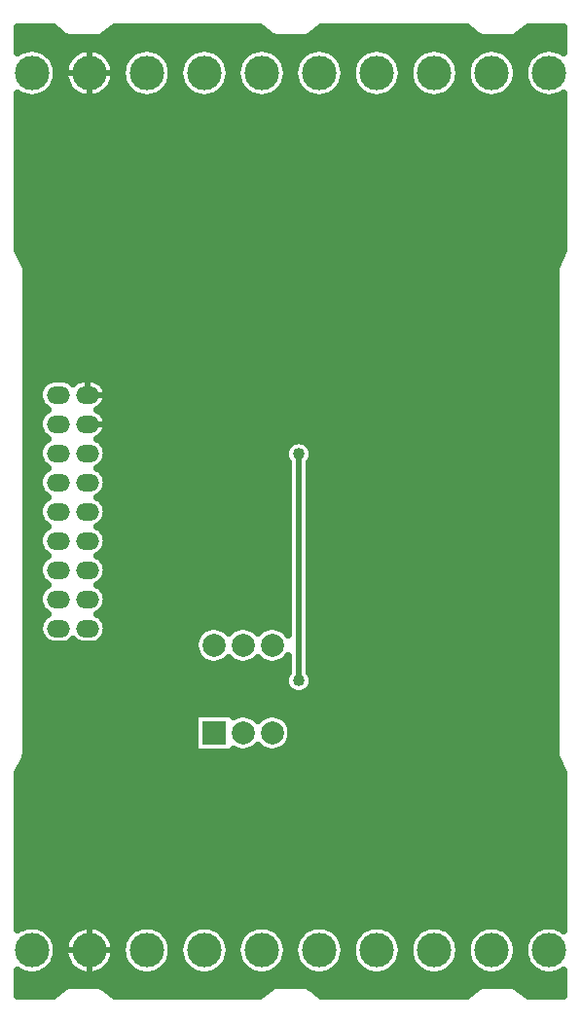
<source format=gbl>
%TF.GenerationSoftware,Novarm,DipTrace,3.3.1.2*%
%TF.CreationDate,2019-03-12T20:56:32+01:00*%
%FSLAX35Y35*%
%MOMM*%
%TF.FileFunction,Copper,L2,Bot*%
%TF.Part,Single*%
%TA.AperFunction,Conductor*%
%ADD13C,0.5*%
%TA.AperFunction,CopperBalancing*%
%ADD17C,0.635*%
%TA.AperFunction,ComponentPad*%
%ADD27R,2.0X2.0*%
%ADD28C,2.0*%
%ADD29O,2.0X1.5*%
%ADD31C,3.0*%
%TA.AperFunction,ViaPad*%
%ADD35C,1.016*%
%TA.AperFunction,CopperBalancing*%
%ADD69C,0.5*%
G75*
G01*
%LPD*%
X3859340Y6478619D2*
D13*
Y6424685D1*
X3877114Y6442460D1*
X5437425Y6285163D2*
X5472827D1*
X5815327Y5601239D2*
X5808559Y5608007D1*
X6441013Y5417667D2*
X6390430D1*
X5632901Y5844653D2*
X5666802D1*
X6771334Y3669716D2*
Y3727517D1*
X7986962Y5441196D2*
Y5387614D1*
X4508117Y2968700D2*
X4492908Y2983909D1*
X5345603Y1767541D2*
X5384759D1*
X5997017Y3114347D2*
Y5086867D1*
D35*
X3859340Y6478619D3*
X5437425Y6285163D3*
X5815327Y5601239D3*
X6441013Y5417667D3*
X5632901Y5844653D3*
X6771334Y3669716D3*
X7986962Y5441196D3*
X4508117Y2968700D3*
X5345603Y1767541D3*
X5997017Y3114347D3*
Y5086867D3*
X3556222Y8745656D2*
D17*
X3917402D1*
X4336612D2*
X5717532D1*
X6136378D2*
X7517298D1*
X7936508D2*
X8297689D1*
X3556222Y8682489D2*
X8297689D1*
X3556222Y8619323D2*
X8297689D1*
X3832485Y8556156D2*
X4017571D1*
X4332420D2*
X4517597D1*
X4832446D2*
X5017532D1*
X5332472D2*
X5517558D1*
X5832407D2*
X6017584D1*
X6332433D2*
X6517519D1*
X6832459D2*
X7017545D1*
X7332485D2*
X7517571D1*
X7832420D2*
X8017597D1*
X3877693Y8492989D2*
X3972272D1*
X4377719D2*
X4472298D1*
X4877745D2*
X4972233D1*
X5377771D2*
X5472259D1*
X5877706D2*
X5972285D1*
X6377732D2*
X6472220D1*
X6877758D2*
X6972246D1*
X7377693D2*
X7472272D1*
X7877719D2*
X7972298D1*
X3896560Y8429823D2*
X3953405D1*
X4396586D2*
X4453431D1*
X4896612D2*
X4953457D1*
X5396547D2*
X5453392D1*
X5896573D2*
X5953418D1*
X6396599D2*
X6453444D1*
X6896625D2*
X6953379D1*
X7396560D2*
X7453405D1*
X7896586D2*
X7953431D1*
X3896105Y8366656D2*
X3953952D1*
X4396040D2*
X4453978D1*
X4896066D2*
X4953912D1*
X5396092D2*
X5453939D1*
X5896027D2*
X5953965D1*
X6396053D2*
X6453899D1*
X6896079D2*
X6953925D1*
X7396105D2*
X7453952D1*
X7896040D2*
X7953978D1*
X3876053Y8303489D2*
X3974004D1*
X4375987D2*
X4473939D1*
X4876014D2*
X4973965D1*
X5376040D2*
X5473991D1*
X5876066D2*
X5973925D1*
X6376000D2*
X6473952D1*
X6876027D2*
X6973978D1*
X7376053D2*
X7474004D1*
X7875987D2*
X7973939D1*
X3828748Y8240323D2*
X4021308D1*
X4328683D2*
X4521243D1*
X4828709D2*
X5021269D1*
X5328735D2*
X5521295D1*
X5828761D2*
X6021321D1*
X6328696D2*
X6521256D1*
X6828722D2*
X7021282D1*
X7328748D2*
X7521308D1*
X7828683D2*
X8021243D1*
X3556222Y8177156D2*
X8297689D1*
X3556222Y8113989D2*
X8297689D1*
X3556222Y8050823D2*
X8297689D1*
X3556222Y7987656D2*
X8297689D1*
X3556222Y7924489D2*
X8297689D1*
X3556222Y7861323D2*
X8297689D1*
X3556222Y7798156D2*
X8297689D1*
X3556222Y7734989D2*
X8297689D1*
X3556222Y7671823D2*
X8297689D1*
X3556222Y7608656D2*
X8297689D1*
X3556222Y7545489D2*
X8297689D1*
X3556222Y7482323D2*
X8297689D1*
X3556222Y7419156D2*
X8297689D1*
X3556222Y7355989D2*
X8297689D1*
X3556222Y7292823D2*
X8297689D1*
X3556222Y7229656D2*
X8297689D1*
X3556222Y7166489D2*
X8297689D1*
X3556222Y7103323D2*
X8297689D1*
X3556222Y7040156D2*
X8297689D1*
X3556222Y6976989D2*
X8297689D1*
X3556222Y6913823D2*
X8297689D1*
X3560961Y6850656D2*
X8292949D1*
X3592680Y6787489D2*
X8261230D1*
X3623943Y6724323D2*
X8230058D1*
X3631326Y6661156D2*
X8222584D1*
X3631326Y6597989D2*
X8222584D1*
X3631326Y6534823D2*
X8222584D1*
X3631326Y6471656D2*
X8222584D1*
X3631326Y6408489D2*
X8222584D1*
X3631326Y6345323D2*
X8222584D1*
X3631326Y6282156D2*
X8222584D1*
X3631326Y6218989D2*
X8222584D1*
X3631326Y6155823D2*
X8222584D1*
X3631326Y6092656D2*
X8222584D1*
X3631326Y6029489D2*
X8222584D1*
X3631326Y5966323D2*
X8222584D1*
X3631326Y5903156D2*
X8222584D1*
X3631326Y5839989D2*
X8222584D1*
X3631326Y5776823D2*
X8222584D1*
X3631326Y5713656D2*
X3787155D1*
X4276730D2*
X8222584D1*
X3631326Y5650489D2*
X3740306D1*
X4323579D2*
X8222584D1*
X3631326Y5587323D2*
X3731920D1*
X4331964D2*
X8222584D1*
X3631326Y5524156D2*
X3753613D1*
X4310271D2*
X8222584D1*
X3631326Y5460989D2*
X3788978D1*
X4274998D2*
X8222584D1*
X3631326Y5397823D2*
X3740853D1*
X4323123D2*
X8222584D1*
X3631326Y5334656D2*
X3731829D1*
X4332146D2*
X8222584D1*
X3631326Y5271489D2*
X3752793D1*
X4311183D2*
X8222584D1*
X3631326Y5208323D2*
X3790800D1*
X4273175D2*
X8222584D1*
X3631326Y5145156D2*
X3741399D1*
X4322576D2*
X5887975D1*
X6106027D2*
X8222584D1*
X3631326Y5081989D2*
X3731738D1*
X4332237D2*
X5872662D1*
X6121339D2*
X8222584D1*
X3631326Y5018823D2*
X3751972D1*
X4312003D2*
X5894173D1*
X6099920D2*
X8222584D1*
X3631326Y4955656D2*
X3792715D1*
X4271261D2*
X5898366D1*
X6095636D2*
X8222584D1*
X3631326Y4892489D2*
X3741946D1*
X4322029D2*
X5898366D1*
X6095636D2*
X8222584D1*
X3631326Y4829323D2*
X3731647D1*
X4332329D2*
X5898366D1*
X6095636D2*
X8222584D1*
X3631326Y4766156D2*
X3751152D1*
X4312732D2*
X5898366D1*
X6095636D2*
X8222584D1*
X3631326Y4702989D2*
X3794629D1*
X4269256D2*
X5898366D1*
X6095636D2*
X8222584D1*
X3631326Y4639823D2*
X3742493D1*
X4321482D2*
X5898366D1*
X6095636D2*
X8222584D1*
X3631326Y4576656D2*
X3731556D1*
X4332420D2*
X5898366D1*
X6095636D2*
X8222584D1*
X3631326Y4513489D2*
X3750423D1*
X4313553D2*
X5898366D1*
X6095636D2*
X8222584D1*
X3631326Y4450323D2*
X3796634D1*
X4267250D2*
X5898366D1*
X6095636D2*
X8222584D1*
X3631326Y4387156D2*
X3743040D1*
X4320935D2*
X5898366D1*
X6095636D2*
X8222584D1*
X3631326Y4323989D2*
X3731465D1*
X4332420D2*
X5898366D1*
X6095636D2*
X8222584D1*
X3631326Y4260823D2*
X3749603D1*
X4314282D2*
X5898366D1*
X6095636D2*
X8222584D1*
X3631326Y4197656D2*
X3798821D1*
X4265154D2*
X5898366D1*
X6095636D2*
X8222584D1*
X3631326Y4134489D2*
X3743587D1*
X4320297D2*
X5898366D1*
X6095636D2*
X8222584D1*
X3631326Y4071323D2*
X3731465D1*
X4332511D2*
X5898366D1*
X6095636D2*
X8222584D1*
X3631326Y4008156D2*
X3748873D1*
X4315011D2*
X5898366D1*
X6095636D2*
X8222584D1*
X3631326Y3944989D2*
X3801009D1*
X4262967D2*
X5898366D1*
X6095636D2*
X8222584D1*
X3631326Y3881823D2*
X3744225D1*
X4319750D2*
X5898366D1*
X6095636D2*
X8222584D1*
X3631326Y3818656D2*
X3731373D1*
X4332511D2*
X5898366D1*
X6095636D2*
X8222584D1*
X3631326Y3755489D2*
X3748144D1*
X4315740D2*
X5898366D1*
X6095636D2*
X8222584D1*
X3631326Y3692323D2*
X3803287D1*
X4260688D2*
X5898366D1*
X6095636D2*
X8222584D1*
X3631326Y3629156D2*
X3744863D1*
X4319112D2*
X5898366D1*
X6095636D2*
X8222584D1*
X3631326Y3565989D2*
X3731373D1*
X4332602D2*
X5164915D1*
X5352250D2*
X5418847D1*
X5606183D2*
X5672871D1*
X5860206D2*
X5898366D1*
X6095636D2*
X8222584D1*
X3631326Y3502823D2*
X3747415D1*
X4316469D2*
X5105032D1*
X6095636D2*
X8222584D1*
X3631326Y3439656D2*
X3813496D1*
X3996456D2*
X4067519D1*
X4250389D2*
X5085709D1*
X6095636D2*
X8222584D1*
X3631326Y3376489D2*
X5091634D1*
X6095636D2*
X8222584D1*
X3631326Y3313323D2*
X5126178D1*
X6095636D2*
X8222584D1*
X3631326Y3250156D2*
X5898366D1*
X6095636D2*
X8222584D1*
X3631326Y3186989D2*
X5897545D1*
X6096456D2*
X8222584D1*
X3631326Y3123823D2*
X5872936D1*
X6121066D2*
X8222584D1*
X3631326Y3060656D2*
X5885514D1*
X6108579D2*
X8222584D1*
X3631326Y2997489D2*
X5973652D1*
X6020313D2*
X8222584D1*
X3631326Y2934323D2*
X8222584D1*
X3631326Y2871156D2*
X8222584D1*
X3631326Y2807989D2*
X5084889D1*
X5599256D2*
X5679707D1*
X5853279D2*
X8222584D1*
X3631326Y2744823D2*
X5084889D1*
X5917810D2*
X8222584D1*
X3631326Y2681656D2*
X5084889D1*
X5938956D2*
X8222584D1*
X3631326Y2618489D2*
X5084889D1*
X5934581D2*
X8222584D1*
X3631326Y2555323D2*
X5084889D1*
X5902316D2*
X8222584D1*
X3631326Y2492156D2*
X8222584D1*
X3616378Y2428989D2*
X8237532D1*
X3584659Y2365823D2*
X8269251D1*
X3556222Y2302656D2*
X8297689D1*
X3556222Y2239489D2*
X8297689D1*
X3556222Y2176323D2*
X8297689D1*
X3556222Y2113156D2*
X8297689D1*
X3556222Y2049989D2*
X8297689D1*
X3556222Y1986823D2*
X8297689D1*
X3556222Y1923656D2*
X8297689D1*
X3556222Y1860489D2*
X8297689D1*
X3556222Y1797323D2*
X8297689D1*
X3556222Y1734156D2*
X8297689D1*
X3556222Y1670989D2*
X8297689D1*
X3556222Y1607823D2*
X8297689D1*
X3556222Y1544656D2*
X8297689D1*
X3556222Y1481489D2*
X8297689D1*
X3556222Y1418323D2*
X8297689D1*
X3556222Y1355156D2*
X8297689D1*
X3556222Y1291989D2*
X8297689D1*
X3556222Y1228823D2*
X8297689D1*
X3556222Y1165656D2*
X8297689D1*
X3556222Y1102489D2*
X8297689D1*
X3556222Y1039323D2*
X8297689D1*
X3556222Y976156D2*
X3599941D1*
X3749998D2*
X4099967D1*
X4250024D2*
X4599993D1*
X4750050D2*
X5100019D1*
X5249985D2*
X5599954D1*
X5750011D2*
X6099980D1*
X6250037D2*
X6600006D1*
X6749972D2*
X7099941D1*
X7249998D2*
X7599967D1*
X7750024D2*
X8099993D1*
X8250050D2*
X8297689D1*
X3844972Y912989D2*
X4004993D1*
X4344998D2*
X4505019D1*
X4844933D2*
X5005045D1*
X5344959D2*
X5505071D1*
X5844985D2*
X6005006D1*
X6344920D2*
X6505032D1*
X6844946D2*
X7005058D1*
X7344972D2*
X7504993D1*
X7844998D2*
X8005019D1*
X3883435Y849823D2*
X3966530D1*
X4383461D2*
X4466556D1*
X4883487D2*
X4966582D1*
X5383422D2*
X5466517D1*
X5883448D2*
X5966543D1*
X6383474D2*
X6466569D1*
X6883409D2*
X6966595D1*
X7383435D2*
X7466530D1*
X7883461D2*
X7966556D1*
X3898019Y786656D2*
X3952037D1*
X4398045D2*
X4451972D1*
X4897980D2*
X4951998D1*
X5398006D2*
X5452024D1*
X5898032D2*
X5951959D1*
X6397967D2*
X6451985D1*
X6897993D2*
X6952011D1*
X7398019D2*
X7452037D1*
X7898045D2*
X7951972D1*
X3893644Y723489D2*
X3956412D1*
X4393579D2*
X4456439D1*
X4893605D2*
X4956373D1*
X5393631D2*
X5456399D1*
X5893566D2*
X5956425D1*
X6393592D2*
X6456360D1*
X6893618D2*
X6956386D1*
X7393644D2*
X7456412D1*
X7893579D2*
X7956439D1*
X3868943Y660323D2*
X3981113D1*
X4368969D2*
X4481048D1*
X4868904D2*
X4981074D1*
X5368930D2*
X5481100D1*
X5868956D2*
X5981035D1*
X6368891D2*
X6481061D1*
X6868917D2*
X6981087D1*
X7368943D2*
X7481113D1*
X7868969D2*
X7981048D1*
X3813071Y597156D2*
X4036985D1*
X4313006D2*
X4537011D1*
X4813032D2*
X5036946D1*
X5313058D2*
X5536972D1*
X5812993D2*
X6036998D1*
X6313019D2*
X6536933D1*
X6813045D2*
X7036959D1*
X7313071D2*
X7536985D1*
X7813006D2*
X8037011D1*
X3556222Y533989D2*
X8297689D1*
X3556222Y470823D2*
X8297689D1*
X3556222Y407656D2*
X3897259D1*
X4356665D2*
X5697389D1*
X6156521D2*
X7497246D1*
X7956652D2*
X8297689D1*
X5114560Y2828587D2*
X5425807D1*
Y2804433D1*
X5448498Y2815852D1*
X5473464Y2823964D1*
X5499391Y2828071D1*
X5525642D1*
X5551570Y2823964D1*
X5576536Y2815852D1*
X5599925Y2803935D1*
X5621163Y2788505D1*
X5639481Y2770207D1*
X5657871Y2788505D1*
X5679108Y2803935D1*
X5702498Y2815852D1*
X5727464Y2823964D1*
X5753391Y2828071D1*
X5779642D1*
X5805570Y2823964D1*
X5830536Y2815852D1*
X5853925Y2803935D1*
X5875163Y2788505D1*
X5893725Y2769943D1*
X5909155Y2748705D1*
X5921072Y2725316D1*
X5929184Y2700350D1*
X5933291Y2674422D1*
Y2648171D1*
X5929184Y2622244D1*
X5921072Y2597278D1*
X5909155Y2573888D1*
X5893725Y2552651D1*
X5875163Y2534088D1*
X5853925Y2518658D1*
X5830536Y2506741D1*
X5805570Y2498629D1*
X5779642Y2494522D1*
X5753391D1*
X5727464Y2498629D1*
X5702498Y2506741D1*
X5679108Y2518658D1*
X5657871Y2534088D1*
X5639552Y2552387D1*
X5621163Y2534088D1*
X5599925Y2518658D1*
X5576536Y2506741D1*
X5551570Y2498629D1*
X5525642Y2494522D1*
X5499391D1*
X5473464Y2498629D1*
X5448498Y2506741D1*
X5425779Y2518282D1*
X5425807Y2494007D1*
X5091227D1*
Y2828587D1*
X5114560D1*
X5904736Y3329275D2*
X5893725Y3314651D1*
X5875163Y3296088D1*
X5853925Y3280658D1*
X5830536Y3268741D1*
X5805570Y3260629D1*
X5779642Y3256522D1*
X5753391D1*
X5727464Y3260629D1*
X5702498Y3268741D1*
X5679108Y3280658D1*
X5657871Y3296088D1*
X5639552Y3314387D1*
X5621163Y3296088D1*
X5599925Y3280658D1*
X5576536Y3268741D1*
X5551570Y3260629D1*
X5525642Y3256522D1*
X5499391D1*
X5473464Y3260629D1*
X5448498Y3268741D1*
X5425108Y3280658D1*
X5403871Y3296088D1*
X5385552Y3314387D1*
X5367213Y3296088D1*
X5345975Y3280658D1*
X5322586Y3268741D1*
X5297620Y3260629D1*
X5271692Y3256522D1*
X5245441D1*
X5219514Y3260629D1*
X5194548Y3268741D1*
X5171158Y3280658D1*
X5149921Y3296088D1*
X5131358Y3314651D1*
X5115928Y3335888D1*
X5104011Y3359278D1*
X5095899Y3384244D1*
X5091792Y3410171D1*
Y3436422D1*
X5095899Y3462350D1*
X5104011Y3487316D1*
X5115928Y3510705D1*
X5131358Y3531943D1*
X5149921Y3550505D1*
X5171158Y3565935D1*
X5194548Y3577852D1*
X5219514Y3585964D1*
X5245441Y3590071D1*
X5271692D1*
X5297620Y3585964D1*
X5322586Y3577852D1*
X5345975Y3565935D1*
X5367213Y3550505D1*
X5385531Y3532207D1*
X5403871Y3550505D1*
X5425108Y3565935D1*
X5448498Y3577852D1*
X5473464Y3585964D1*
X5499391Y3590071D1*
X5525642D1*
X5551570Y3585964D1*
X5576536Y3577852D1*
X5599925Y3565935D1*
X5621163Y3550505D1*
X5639481Y3532207D1*
X5657871Y3550505D1*
X5679108Y3565935D1*
X5702498Y3577852D1*
X5727464Y3585964D1*
X5753391Y3590071D1*
X5779642D1*
X5805570Y3585964D1*
X5830536Y3577852D1*
X5853925Y3565935D1*
X5875163Y3550505D1*
X5893725Y3531943D1*
X5904736Y3517318D1*
X5904726Y5013188D1*
X5896328Y5025165D1*
X5887916Y5041676D1*
X5882190Y5059299D1*
X5879291Y5077601D1*
Y5096132D1*
X5882190Y5114434D1*
X5887916Y5132058D1*
X5896328Y5148569D1*
X5907220Y5163560D1*
X5920323Y5176663D1*
X5935315Y5187555D1*
X5951826Y5195968D1*
X5969449Y5201694D1*
X5987751Y5204593D1*
X6006282D1*
X6024584Y5201694D1*
X6042208Y5195968D1*
X6058719Y5187555D1*
X6073710Y5176663D1*
X6086813Y5163560D1*
X6097705Y5148569D1*
X6106118Y5132058D1*
X6111844Y5114434D1*
X6114743Y5096132D1*
Y5077601D1*
X6111844Y5059299D1*
X6106118Y5041676D1*
X6097705Y5025165D1*
X6089302Y5013331D1*
X6089307Y3188026D1*
X6097705Y3176049D1*
X6106118Y3159538D1*
X6111844Y3141914D1*
X6114743Y3123612D1*
Y3105081D1*
X6111844Y3086779D1*
X6106118Y3069156D1*
X6097705Y3052645D1*
X6086813Y3037653D1*
X6073710Y3024550D1*
X6058719Y3013658D1*
X6042208Y3005246D1*
X6024584Y2999520D1*
X6006282Y2996621D1*
X5987751D1*
X5969449Y2999520D1*
X5951826Y3005246D1*
X5935315Y3013658D1*
X5920323Y3024550D1*
X5907220Y3037653D1*
X5896328Y3052645D1*
X5887916Y3069156D1*
X5882190Y3086779D1*
X5879291Y3105081D1*
Y3123612D1*
X5882190Y3141914D1*
X5887916Y3159538D1*
X5896328Y3176049D1*
X5904731Y3187883D1*
X5904726Y3328995D1*
X3815804Y5473644D2*
X3796331Y5485512D1*
X3779352Y5500012D1*
X3764852Y5516991D1*
X3753185Y5536028D1*
X3744641Y5556657D1*
X3739428Y5578368D1*
X3737677Y5600627D1*
X3739428Y5622886D1*
X3744641Y5644597D1*
X3753185Y5665225D1*
X3764852Y5684263D1*
X3779352Y5701241D1*
X3796331Y5715742D1*
X3815368Y5727408D1*
X3835997Y5735952D1*
X3857708Y5741165D1*
X3880010Y5742915D1*
X3941131Y5742478D1*
X3963184Y5738985D1*
X3984419Y5732085D1*
X4004313Y5721949D1*
X4022377Y5708825D1*
X4031914Y5699799D1*
X4044676Y5711413D1*
X4059935Y5722141D1*
X4076467Y5730781D1*
X4093987Y5737184D1*
X4112193Y5741241D1*
X4130774Y5742881D1*
X4194764Y5742506D1*
X4213231Y5739875D1*
X4231194Y5734850D1*
X4248347Y5727519D1*
X4264392Y5718007D1*
X4279056Y5706478D1*
X4292085Y5693130D1*
X4303257Y5678192D1*
X4312378Y5661920D1*
X4319293Y5644596D1*
X4323882Y5626516D1*
X4326066Y5607991D1*
X4325951Y5591300D1*
X4323511Y5572807D1*
X4318672Y5554792D1*
X4311519Y5537565D1*
X4302174Y5521421D1*
X4290797Y5506639D1*
X4277585Y5493472D1*
X4262763Y5482147D1*
X4248130Y5473645D1*
X4264392Y5464007D1*
X4279056Y5452478D1*
X4292085Y5439130D1*
X4303257Y5424192D1*
X4312378Y5407920D1*
X4319293Y5390596D1*
X4323882Y5372516D1*
X4326066Y5353991D1*
X4325951Y5337300D1*
X4323511Y5318807D1*
X4318672Y5300792D1*
X4311519Y5283565D1*
X4302174Y5267421D1*
X4290797Y5252639D1*
X4277585Y5239472D1*
X4262763Y5228147D1*
X4248130Y5219645D1*
X4267603Y5207742D1*
X4284581Y5193241D1*
X4299082Y5176263D1*
X4310748Y5157225D1*
X4319292Y5136597D1*
X4324505Y5114886D1*
X4326257Y5092627D1*
X4324505Y5070368D1*
X4319292Y5048657D1*
X4310748Y5028028D1*
X4299082Y5008991D1*
X4284581Y4992012D1*
X4267603Y4977512D1*
X4248129Y4965644D1*
X4267603Y4953742D1*
X4284581Y4939241D1*
X4299082Y4922263D1*
X4310748Y4903225D1*
X4319292Y4882597D1*
X4324505Y4860886D1*
X4326257Y4838627D1*
X4324505Y4816368D1*
X4319292Y4794657D1*
X4310748Y4774028D1*
X4299082Y4754991D1*
X4284581Y4738012D1*
X4267603Y4723512D1*
X4248129Y4711644D1*
X4267603Y4699742D1*
X4284581Y4685241D1*
X4299082Y4668263D1*
X4310748Y4649225D1*
X4319292Y4628597D1*
X4324505Y4606886D1*
X4326257Y4584627D1*
X4324505Y4562368D1*
X4319292Y4540657D1*
X4310748Y4520028D1*
X4299082Y4500991D1*
X4284581Y4484012D1*
X4267603Y4469512D1*
X4248129Y4457644D1*
X4267603Y4445742D1*
X4284581Y4431241D1*
X4299082Y4414263D1*
X4310748Y4395225D1*
X4319292Y4374597D1*
X4324505Y4352886D1*
X4326257Y4330627D1*
X4324505Y4308368D1*
X4319292Y4286657D1*
X4310748Y4266028D1*
X4299082Y4246991D1*
X4284581Y4230012D1*
X4267603Y4215512D1*
X4248129Y4203644D1*
X4267603Y4191742D1*
X4284581Y4177241D1*
X4299082Y4160263D1*
X4310748Y4141225D1*
X4319292Y4120597D1*
X4324505Y4098886D1*
X4326257Y4076627D1*
X4324505Y4054368D1*
X4319292Y4032657D1*
X4310748Y4012028D1*
X4299082Y3992991D1*
X4284581Y3976012D1*
X4267603Y3961512D1*
X4248129Y3949644D1*
X4267603Y3937742D1*
X4284581Y3923241D1*
X4299082Y3906263D1*
X4310748Y3887225D1*
X4319292Y3866597D1*
X4324505Y3844886D1*
X4326257Y3822627D1*
X4324505Y3800368D1*
X4319292Y3778657D1*
X4310748Y3758028D1*
X4299082Y3738991D1*
X4284581Y3722012D1*
X4267603Y3707512D1*
X4248129Y3695644D1*
X4267603Y3683742D1*
X4284581Y3669241D1*
X4299082Y3652263D1*
X4310748Y3633225D1*
X4319292Y3612597D1*
X4324505Y3590886D1*
X4326257Y3568627D1*
X4324505Y3546368D1*
X4319292Y3524657D1*
X4310748Y3504028D1*
X4299082Y3484991D1*
X4284581Y3468012D1*
X4267603Y3453512D1*
X4248565Y3441845D1*
X4227937Y3433301D1*
X4206226Y3428088D1*
X4183967Y3426336D1*
X4122803Y3426775D1*
X4100750Y3430268D1*
X4079515Y3437168D1*
X4059620Y3447304D1*
X4041557Y3460429D1*
X4032019Y3469455D1*
X4013603Y3453512D1*
X3994565Y3441845D1*
X3973937Y3433301D1*
X3952226Y3428088D1*
X3929967Y3426336D1*
X3868803Y3426775D1*
X3846750Y3430268D1*
X3825515Y3437168D1*
X3805620Y3447304D1*
X3787557Y3460429D1*
X3771769Y3476217D1*
X3758644Y3494280D1*
X3748508Y3514175D1*
X3741608Y3535410D1*
X3738115Y3557463D1*
Y3579791D1*
X3741608Y3601844D1*
X3748508Y3623079D1*
X3758644Y3642973D1*
X3771769Y3661037D1*
X3787557Y3676825D1*
X3805620Y3689949D1*
X3815368Y3695845D1*
X3796331Y3707512D1*
X3779352Y3722012D1*
X3764852Y3738991D1*
X3753185Y3758028D1*
X3744641Y3778657D1*
X3739428Y3800368D1*
X3737677Y3822627D1*
X3739428Y3844886D1*
X3744641Y3866597D1*
X3753185Y3887225D1*
X3764852Y3906263D1*
X3779352Y3923241D1*
X3796331Y3937742D1*
X3815804Y3949609D1*
X3796331Y3961512D1*
X3779352Y3976012D1*
X3764852Y3992991D1*
X3753185Y4012028D1*
X3744641Y4032657D1*
X3739428Y4054368D1*
X3737677Y4076627D1*
X3739428Y4098886D1*
X3744641Y4120597D1*
X3753185Y4141225D1*
X3764852Y4160263D1*
X3779352Y4177241D1*
X3796331Y4191742D1*
X3815804Y4203609D1*
X3796331Y4215512D1*
X3779352Y4230012D1*
X3764852Y4246991D1*
X3753185Y4266028D1*
X3744641Y4286657D1*
X3739428Y4308368D1*
X3737677Y4330627D1*
X3739428Y4352886D1*
X3744641Y4374597D1*
X3753185Y4395225D1*
X3764852Y4414263D1*
X3779352Y4431241D1*
X3796331Y4445742D1*
X3815804Y4457609D1*
X3796331Y4469512D1*
X3779352Y4484012D1*
X3764852Y4500991D1*
X3753185Y4520028D1*
X3744641Y4540657D1*
X3739428Y4562368D1*
X3737677Y4584627D1*
X3739428Y4606886D1*
X3744641Y4628597D1*
X3753185Y4649225D1*
X3764852Y4668263D1*
X3779352Y4685241D1*
X3796331Y4699742D1*
X3815804Y4711609D1*
X3796331Y4723512D1*
X3779352Y4738012D1*
X3764852Y4754991D1*
X3753185Y4774028D1*
X3744641Y4794657D1*
X3739428Y4816368D1*
X3737677Y4838627D1*
X3739428Y4860886D1*
X3744641Y4882597D1*
X3753185Y4903225D1*
X3764852Y4922263D1*
X3779352Y4939241D1*
X3796331Y4953742D1*
X3815804Y4965609D1*
X3796331Y4977512D1*
X3779352Y4992012D1*
X3764852Y5008991D1*
X3753185Y5028028D1*
X3744641Y5048657D1*
X3739428Y5070368D1*
X3737677Y5092627D1*
X3739428Y5114886D1*
X3744641Y5136597D1*
X3753185Y5157225D1*
X3764852Y5176263D1*
X3779352Y5193241D1*
X3796331Y5207742D1*
X3815804Y5219609D1*
X3796331Y5231512D1*
X3779352Y5246012D1*
X3764852Y5262991D1*
X3753185Y5282028D1*
X3744641Y5302657D1*
X3739428Y5324368D1*
X3737677Y5346627D1*
X3739428Y5368886D1*
X3744641Y5390597D1*
X3753185Y5411225D1*
X3764852Y5430263D1*
X3779352Y5447241D1*
X3796331Y5461742D1*
X3815804Y5473609D1*
X3891620Y8382952D2*
X3889615Y8366008D1*
X3886286Y8349275D1*
X3881655Y8332854D1*
X3875750Y8316847D1*
X3868607Y8301352D1*
X3860270Y8286466D1*
X3850791Y8272280D1*
X3840229Y8258881D1*
X3828647Y8246353D1*
X3816119Y8234771D1*
X3802720Y8224209D1*
X3788534Y8214730D1*
X3773648Y8206393D1*
X3758153Y8199250D1*
X3742146Y8193345D1*
X3725725Y8188714D1*
X3708992Y8185385D1*
X3692048Y8183380D1*
X3675000Y8182710D1*
X3657952Y8183380D1*
X3641008Y8185385D1*
X3624275Y8188714D1*
X3607854Y8193345D1*
X3591847Y8199250D1*
X3576352Y8206393D1*
X3561466Y8214730D1*
X3549885Y8222468D1*
X3549917Y6860134D1*
X3616990Y6725730D1*
X3622129Y6709588D1*
X3624681Y6692809D1*
X3624964Y6381677D1*
X3624631Y2475773D1*
X3621981Y2459042D1*
X3616733Y2442902D1*
X3549892Y2309142D1*
X3549917Y947622D1*
X3576352Y963607D1*
X3591847Y970750D1*
X3607854Y976655D1*
X3624275Y981286D1*
X3641008Y984615D1*
X3657952Y986620D1*
X3675000Y987290D1*
X3692048Y986620D1*
X3708992Y984615D1*
X3725725Y981286D1*
X3742146Y976655D1*
X3758153Y970750D1*
X3773648Y963607D1*
X3788534Y955270D1*
X3802720Y945791D1*
X3816119Y935229D1*
X3828647Y923647D1*
X3840229Y911119D1*
X3850791Y897720D1*
X3860270Y883534D1*
X3868607Y868648D1*
X3875750Y853153D1*
X3881655Y837146D1*
X3886286Y820725D1*
X3889615Y803992D1*
X3891620Y787048D1*
X3892290Y770000D1*
X3891620Y752952D1*
X3889615Y736008D1*
X3886286Y719275D1*
X3881655Y702854D1*
X3875750Y686847D1*
X3868607Y671352D1*
X3860270Y656466D1*
X3850791Y642280D1*
X3840229Y628881D1*
X3828647Y616353D1*
X3816119Y604771D1*
X3802720Y594209D1*
X3788534Y584730D1*
X3773648Y576393D1*
X3758153Y569250D1*
X3742146Y563345D1*
X3725725Y558714D1*
X3708992Y555385D1*
X3692048Y553380D1*
X3675000Y552710D1*
X3657952Y553380D1*
X3641008Y555385D1*
X3624275Y558714D1*
X3607854Y563345D1*
X3591847Y569250D1*
X3576352Y576393D1*
X3561466Y584730D1*
X3549885Y592468D1*
X3549917Y372492D1*
X3859141Y372577D1*
X3956919Y449355D1*
X3971689Y457649D1*
X3987575Y463530D1*
X4004185Y466854D1*
X4040329Y467617D1*
X4245636Y467284D1*
X4262367Y464634D1*
X4278477Y459400D1*
X4293570Y451709D1*
X4322544Y429727D1*
X4394586Y372563D1*
X5659326Y372577D1*
X5757053Y449355D1*
X5771823Y457649D1*
X5787709Y463530D1*
X5804319Y466854D1*
X5840463Y467617D1*
X6045273Y467284D1*
X6062004Y464634D1*
X6078114Y459400D1*
X6093207Y451709D1*
X6122039Y429899D1*
X6194626Y372541D1*
X7459278Y372577D1*
X7556509Y449234D1*
X7571263Y457557D1*
X7587136Y463471D1*
X7603740Y466828D1*
X7640100Y467617D1*
X7841299Y467529D1*
X7858119Y465519D1*
X7874417Y460902D1*
X7889792Y453792D1*
X7903866Y444365D1*
X7994760Y372541D1*
X8304022Y372577D1*
X8304016Y595213D1*
X8288534Y584730D1*
X8273648Y576393D1*
X8258153Y569250D1*
X8242146Y563345D1*
X8225725Y558714D1*
X8208992Y555385D1*
X8192048Y553380D1*
X8175000Y552710D1*
X8157952Y553380D1*
X8141008Y555385D1*
X8124275Y558714D1*
X8107854Y563345D1*
X8091847Y569250D1*
X8076352Y576393D1*
X8061466Y584730D1*
X8047280Y594209D1*
X8033881Y604771D1*
X8021353Y616353D1*
X8009771Y628881D1*
X7999209Y642280D1*
X7989730Y656466D1*
X7981393Y671352D1*
X7974250Y686847D1*
X7968345Y702854D1*
X7963714Y719275D1*
X7960385Y736008D1*
X7958380Y752952D1*
X7957710Y770000D1*
X7958380Y787048D1*
X7960385Y803992D1*
X7963714Y820725D1*
X7968345Y837146D1*
X7974250Y853153D1*
X7981393Y868648D1*
X7989730Y883534D1*
X7999209Y897720D1*
X8009771Y911119D1*
X8021353Y923647D1*
X8033881Y935229D1*
X8047280Y945791D1*
X8061466Y955270D1*
X8076352Y963607D1*
X8091847Y970750D1*
X8107854Y976655D1*
X8124275Y981286D1*
X8141008Y984615D1*
X8157952Y986620D1*
X8175000Y987290D1*
X8192048Y986620D1*
X8208992Y984615D1*
X8225725Y981286D1*
X8242146Y976655D1*
X8258153Y970750D1*
X8273648Y963607D1*
X8288534Y955270D1*
X8304028Y944760D1*
X8304016Y2309119D1*
X8236943Y2443524D1*
X8231804Y2459665D1*
X8229253Y2476444D1*
X8228969Y2787576D1*
X8229302Y6693480D1*
X8231952Y6710211D1*
X8237200Y6726352D1*
X8304042Y6860111D1*
X8304016Y8225095D1*
X8288534Y8214730D1*
X8273648Y8206393D1*
X8258153Y8199250D1*
X8242146Y8193345D1*
X8225725Y8188714D1*
X8208992Y8185385D1*
X8192048Y8183380D1*
X8175000Y8182710D1*
X8157952Y8183380D1*
X8141008Y8185385D1*
X8124275Y8188714D1*
X8107854Y8193345D1*
X8091847Y8199250D1*
X8076352Y8206393D1*
X8061466Y8214730D1*
X8047280Y8224209D1*
X8033881Y8234771D1*
X8021353Y8246353D1*
X8009771Y8258881D1*
X7999209Y8272280D1*
X7989730Y8286466D1*
X7981393Y8301352D1*
X7974250Y8316847D1*
X7968345Y8332854D1*
X7963714Y8349275D1*
X7960385Y8366008D1*
X7958380Y8382952D1*
X7957710Y8400000D1*
X7958380Y8417048D1*
X7960385Y8433992D1*
X7963714Y8450725D1*
X7968345Y8467146D1*
X7974250Y8483153D1*
X7981393Y8498648D1*
X7989730Y8513534D1*
X7999209Y8527720D1*
X8009771Y8541119D1*
X8021353Y8553647D1*
X8033881Y8565229D1*
X8047280Y8575791D1*
X8061466Y8585270D1*
X8076352Y8593607D1*
X8091847Y8600750D1*
X8107854Y8606655D1*
X8124275Y8611286D1*
X8141008Y8614615D1*
X8157952Y8616620D1*
X8175000Y8617290D1*
X8192048Y8616620D1*
X8208992Y8614615D1*
X8225725Y8611286D1*
X8242146Y8606655D1*
X8258153Y8600750D1*
X8273648Y8593607D1*
X8288534Y8585270D1*
X8304028Y8574760D1*
X8304016Y8796761D1*
X7994792Y8796676D1*
X7897014Y8719898D1*
X7882244Y8711604D1*
X7866359Y8705723D1*
X7849749Y8702399D1*
X7813604Y8701636D1*
X7608297Y8701969D1*
X7591566Y8704619D1*
X7575456Y8709854D1*
X7560363Y8717544D1*
X7531389Y8739527D1*
X7459347Y8796690D1*
X6194607Y8796676D1*
X6096880Y8719898D1*
X6082110Y8711604D1*
X6066225Y8705723D1*
X6049615Y8702399D1*
X6013470Y8701637D1*
X5808660Y8701969D1*
X5791929Y8704619D1*
X5775819Y8709854D1*
X5760726Y8717544D1*
X5731894Y8739355D1*
X5659307Y8796712D1*
X4394655Y8796677D1*
X4297424Y8720019D1*
X4282671Y8711696D1*
X4266797Y8705783D1*
X4250194Y8702425D1*
X4213833Y8701637D1*
X4008526Y8701969D1*
X3991795Y8704619D1*
X3975685Y8709854D1*
X3960592Y8717544D1*
X3931760Y8739355D1*
X3859173Y8796712D1*
X3549912Y8796677D1*
X3549917Y8577687D1*
X3576352Y8593607D1*
X3591847Y8600750D1*
X3607854Y8606655D1*
X3624275Y8611286D1*
X3641008Y8614615D1*
X3657952Y8616620D1*
X3675000Y8617290D1*
X3692048Y8616620D1*
X3708992Y8614615D1*
X3725725Y8611286D1*
X3742146Y8606655D1*
X3758153Y8600750D1*
X3773648Y8593607D1*
X3788534Y8585270D1*
X3802720Y8575791D1*
X3816119Y8565229D1*
X3828647Y8553647D1*
X3840229Y8541119D1*
X3850791Y8527720D1*
X3860270Y8513534D1*
X3868607Y8498648D1*
X3875750Y8483153D1*
X3881655Y8467146D1*
X3886286Y8450725D1*
X3889615Y8433992D1*
X3891620Y8417048D1*
X3892290Y8400000D1*
X3891620Y8382952D1*
X4392240Y8395334D2*
X4390488Y8372077D1*
X4386255Y8349143D1*
X4379587Y8326794D1*
X4370563Y8305289D1*
X4359285Y8284874D1*
X4345885Y8265786D1*
X4330516Y8248245D1*
X4313356Y8232451D1*
X4294601Y8218587D1*
X4274469Y8206814D1*
X4253191Y8197266D1*
X4231012Y8190053D1*
X4208188Y8185259D1*
X4184981Y8182939D1*
X4161660Y8183120D1*
X4138492Y8185799D1*
X4115745Y8190945D1*
X4093681Y8198500D1*
X4072553Y8208377D1*
X4052605Y8220460D1*
X4034068Y8234612D1*
X4017154Y8250670D1*
X4002058Y8268447D1*
X3988955Y8287741D1*
X3977995Y8308327D1*
X3969304Y8329969D1*
X3962984Y8352419D1*
X3959105Y8375416D1*
X3957714Y8398697D1*
X3958826Y8421992D1*
X3962428Y8445035D1*
X3968479Y8467558D1*
X3976909Y8489303D1*
X3987622Y8510020D1*
X4000493Y8529468D1*
X4015374Y8547426D1*
X4032094Y8563685D1*
X4050460Y8578058D1*
X4070262Y8590381D1*
X4091269Y8600510D1*
X4113242Y8608329D1*
X4135925Y8613748D1*
X4159059Y8616704D1*
X4182377Y8617165D1*
X4205610Y8615123D1*
X4228489Y8610603D1*
X4250753Y8603658D1*
X4272144Y8594365D1*
X4292416Y8582834D1*
X4311336Y8569197D1*
X4328684Y8553610D1*
X4344263Y8536254D1*
X4357891Y8517328D1*
X4369412Y8497050D1*
X4378694Y8475655D1*
X4385629Y8453388D1*
X4390138Y8430506D1*
X4392168Y8407272D1*
X4392240Y8395334D1*
X4891620Y8382952D2*
X4889615Y8366008D1*
X4886286Y8349275D1*
X4881655Y8332854D1*
X4875750Y8316847D1*
X4868607Y8301352D1*
X4860270Y8286466D1*
X4850791Y8272280D1*
X4840229Y8258881D1*
X4828647Y8246353D1*
X4816119Y8234771D1*
X4802720Y8224209D1*
X4788534Y8214730D1*
X4773648Y8206393D1*
X4758153Y8199250D1*
X4742146Y8193345D1*
X4725725Y8188714D1*
X4708992Y8185385D1*
X4692048Y8183380D1*
X4675000Y8182710D1*
X4657952Y8183380D1*
X4641008Y8185385D1*
X4624275Y8188714D1*
X4607854Y8193345D1*
X4591847Y8199250D1*
X4576352Y8206393D1*
X4561466Y8214730D1*
X4547280Y8224209D1*
X4533881Y8234771D1*
X4521353Y8246353D1*
X4509771Y8258881D1*
X4499209Y8272280D1*
X4489730Y8286466D1*
X4481393Y8301352D1*
X4474250Y8316847D1*
X4468345Y8332854D1*
X4463714Y8349275D1*
X4460385Y8366008D1*
X4458380Y8382952D1*
X4457710Y8400000D1*
X4458380Y8417048D1*
X4460385Y8433992D1*
X4463714Y8450725D1*
X4468345Y8467146D1*
X4474250Y8483153D1*
X4481393Y8498648D1*
X4489730Y8513534D1*
X4499209Y8527720D1*
X4509771Y8541119D1*
X4521353Y8553647D1*
X4533881Y8565229D1*
X4547280Y8575791D1*
X4561466Y8585270D1*
X4576352Y8593607D1*
X4591847Y8600750D1*
X4607854Y8606655D1*
X4624275Y8611286D1*
X4641008Y8614615D1*
X4657952Y8616620D1*
X4675000Y8617290D1*
X4692048Y8616620D1*
X4708992Y8614615D1*
X4725725Y8611286D1*
X4742146Y8606655D1*
X4758153Y8600750D1*
X4773648Y8593607D1*
X4788534Y8585270D1*
X4802720Y8575791D1*
X4816119Y8565229D1*
X4828647Y8553647D1*
X4840229Y8541119D1*
X4850791Y8527720D1*
X4860270Y8513534D1*
X4868607Y8498648D1*
X4875750Y8483153D1*
X4881655Y8467146D1*
X4886286Y8450725D1*
X4889615Y8433992D1*
X4891620Y8417048D1*
X4892290Y8400000D1*
X4891620Y8382952D1*
X5391620D2*
X5389615Y8366008D1*
X5386286Y8349275D1*
X5381655Y8332854D1*
X5375750Y8316847D1*
X5368607Y8301352D1*
X5360270Y8286466D1*
X5350791Y8272280D1*
X5340229Y8258881D1*
X5328647Y8246353D1*
X5316119Y8234771D1*
X5302720Y8224209D1*
X5288534Y8214730D1*
X5273648Y8206393D1*
X5258153Y8199250D1*
X5242146Y8193345D1*
X5225725Y8188714D1*
X5208992Y8185385D1*
X5192048Y8183380D1*
X5175000Y8182710D1*
X5157952Y8183380D1*
X5141008Y8185385D1*
X5124275Y8188714D1*
X5107854Y8193345D1*
X5091847Y8199250D1*
X5076352Y8206393D1*
X5061466Y8214730D1*
X5047280Y8224209D1*
X5033881Y8234771D1*
X5021353Y8246353D1*
X5009771Y8258881D1*
X4999209Y8272280D1*
X4989730Y8286466D1*
X4981393Y8301352D1*
X4974250Y8316847D1*
X4968345Y8332854D1*
X4963714Y8349275D1*
X4960385Y8366008D1*
X4958380Y8382952D1*
X4957710Y8400000D1*
X4958380Y8417048D1*
X4960385Y8433992D1*
X4963714Y8450725D1*
X4968345Y8467146D1*
X4974250Y8483153D1*
X4981393Y8498648D1*
X4989730Y8513534D1*
X4999209Y8527720D1*
X5009771Y8541119D1*
X5021353Y8553647D1*
X5033881Y8565229D1*
X5047280Y8575791D1*
X5061466Y8585270D1*
X5076352Y8593607D1*
X5091847Y8600750D1*
X5107854Y8606655D1*
X5124275Y8611286D1*
X5141008Y8614615D1*
X5157952Y8616620D1*
X5175000Y8617290D1*
X5192048Y8616620D1*
X5208992Y8614615D1*
X5225725Y8611286D1*
X5242146Y8606655D1*
X5258153Y8600750D1*
X5273648Y8593607D1*
X5288534Y8585270D1*
X5302720Y8575791D1*
X5316119Y8565229D1*
X5328647Y8553647D1*
X5340229Y8541119D1*
X5350791Y8527720D1*
X5360270Y8513534D1*
X5368607Y8498648D1*
X5375750Y8483153D1*
X5381655Y8467146D1*
X5386286Y8450725D1*
X5389615Y8433992D1*
X5391620Y8417048D1*
X5392290Y8400000D1*
X5391620Y8382952D1*
X5891620D2*
X5889615Y8366008D1*
X5886286Y8349275D1*
X5881655Y8332854D1*
X5875750Y8316847D1*
X5868607Y8301352D1*
X5860270Y8286466D1*
X5850791Y8272280D1*
X5840229Y8258881D1*
X5828647Y8246353D1*
X5816119Y8234771D1*
X5802720Y8224209D1*
X5788534Y8214730D1*
X5773648Y8206393D1*
X5758153Y8199250D1*
X5742146Y8193345D1*
X5725725Y8188714D1*
X5708992Y8185385D1*
X5692048Y8183380D1*
X5675000Y8182710D1*
X5657952Y8183380D1*
X5641008Y8185385D1*
X5624275Y8188714D1*
X5607854Y8193345D1*
X5591847Y8199250D1*
X5576352Y8206393D1*
X5561466Y8214730D1*
X5547280Y8224209D1*
X5533881Y8234771D1*
X5521353Y8246353D1*
X5509771Y8258881D1*
X5499209Y8272280D1*
X5489730Y8286466D1*
X5481393Y8301352D1*
X5474250Y8316847D1*
X5468345Y8332854D1*
X5463714Y8349275D1*
X5460385Y8366008D1*
X5458380Y8382952D1*
X5457710Y8400000D1*
X5458380Y8417048D1*
X5460385Y8433992D1*
X5463714Y8450725D1*
X5468345Y8467146D1*
X5474250Y8483153D1*
X5481393Y8498648D1*
X5489730Y8513534D1*
X5499209Y8527720D1*
X5509771Y8541119D1*
X5521353Y8553647D1*
X5533881Y8565229D1*
X5547280Y8575791D1*
X5561466Y8585270D1*
X5576352Y8593607D1*
X5591847Y8600750D1*
X5607854Y8606655D1*
X5624275Y8611286D1*
X5641008Y8614615D1*
X5657952Y8616620D1*
X5675000Y8617290D1*
X5692048Y8616620D1*
X5708992Y8614615D1*
X5725725Y8611286D1*
X5742146Y8606655D1*
X5758153Y8600750D1*
X5773648Y8593607D1*
X5788534Y8585270D1*
X5802720Y8575791D1*
X5816119Y8565229D1*
X5828647Y8553647D1*
X5840229Y8541119D1*
X5850791Y8527720D1*
X5860270Y8513534D1*
X5868607Y8498648D1*
X5875750Y8483153D1*
X5881655Y8467146D1*
X5886286Y8450725D1*
X5889615Y8433992D1*
X5891620Y8417048D1*
X5892290Y8400000D1*
X5891620Y8382952D1*
X6391620D2*
X6389615Y8366008D1*
X6386286Y8349275D1*
X6381655Y8332854D1*
X6375750Y8316847D1*
X6368607Y8301352D1*
X6360270Y8286466D1*
X6350791Y8272280D1*
X6340229Y8258881D1*
X6328647Y8246353D1*
X6316119Y8234771D1*
X6302720Y8224209D1*
X6288534Y8214730D1*
X6273648Y8206393D1*
X6258153Y8199250D1*
X6242146Y8193345D1*
X6225725Y8188714D1*
X6208992Y8185385D1*
X6192048Y8183380D1*
X6175000Y8182710D1*
X6157952Y8183380D1*
X6141008Y8185385D1*
X6124275Y8188714D1*
X6107854Y8193345D1*
X6091847Y8199250D1*
X6076352Y8206393D1*
X6061466Y8214730D1*
X6047280Y8224209D1*
X6033881Y8234771D1*
X6021353Y8246353D1*
X6009771Y8258881D1*
X5999209Y8272280D1*
X5989730Y8286466D1*
X5981393Y8301352D1*
X5974250Y8316847D1*
X5968345Y8332854D1*
X5963714Y8349275D1*
X5960385Y8366008D1*
X5958380Y8382952D1*
X5957710Y8400000D1*
X5958380Y8417048D1*
X5960385Y8433992D1*
X5963714Y8450725D1*
X5968345Y8467146D1*
X5974250Y8483153D1*
X5981393Y8498648D1*
X5989730Y8513534D1*
X5999209Y8527720D1*
X6009771Y8541119D1*
X6021353Y8553647D1*
X6033881Y8565229D1*
X6047280Y8575791D1*
X6061466Y8585270D1*
X6076352Y8593607D1*
X6091847Y8600750D1*
X6107854Y8606655D1*
X6124275Y8611286D1*
X6141008Y8614615D1*
X6157952Y8616620D1*
X6175000Y8617290D1*
X6192048Y8616620D1*
X6208992Y8614615D1*
X6225725Y8611286D1*
X6242146Y8606655D1*
X6258153Y8600750D1*
X6273648Y8593607D1*
X6288534Y8585270D1*
X6302720Y8575791D1*
X6316119Y8565229D1*
X6328647Y8553647D1*
X6340229Y8541119D1*
X6350791Y8527720D1*
X6360270Y8513534D1*
X6368607Y8498648D1*
X6375750Y8483153D1*
X6381655Y8467146D1*
X6386286Y8450725D1*
X6389615Y8433992D1*
X6391620Y8417048D1*
X6392290Y8400000D1*
X6391620Y8382952D1*
X7891620Y752952D2*
X7889615Y736008D1*
X7886286Y719275D1*
X7881655Y702854D1*
X7875750Y686847D1*
X7868607Y671352D1*
X7860270Y656466D1*
X7850791Y642280D1*
X7840229Y628881D1*
X7828647Y616353D1*
X7816119Y604771D1*
X7802720Y594209D1*
X7788534Y584730D1*
X7773648Y576393D1*
X7758153Y569250D1*
X7742146Y563345D1*
X7725725Y558714D1*
X7708992Y555385D1*
X7692048Y553380D1*
X7675000Y552710D1*
X7657952Y553380D1*
X7641008Y555385D1*
X7624275Y558714D1*
X7607854Y563345D1*
X7591847Y569250D1*
X7576352Y576393D1*
X7561466Y584730D1*
X7547280Y594209D1*
X7533881Y604771D1*
X7521353Y616353D1*
X7509771Y628881D1*
X7499209Y642280D1*
X7489730Y656466D1*
X7481393Y671352D1*
X7474250Y686847D1*
X7468345Y702854D1*
X7463714Y719275D1*
X7460385Y736008D1*
X7458380Y752952D1*
X7457710Y770000D1*
X7458380Y787048D1*
X7460385Y803992D1*
X7463714Y820725D1*
X7468345Y837146D1*
X7474250Y853153D1*
X7481393Y868648D1*
X7489730Y883534D1*
X7499209Y897720D1*
X7509771Y911119D1*
X7521353Y923647D1*
X7533881Y935229D1*
X7547280Y945791D1*
X7561466Y955270D1*
X7576352Y963607D1*
X7591847Y970750D1*
X7607854Y976655D1*
X7624275Y981286D1*
X7641008Y984615D1*
X7657952Y986620D1*
X7675000Y987290D1*
X7692048Y986620D1*
X7708992Y984615D1*
X7725725Y981286D1*
X7742146Y976655D1*
X7758153Y970750D1*
X7773648Y963607D1*
X7788534Y955270D1*
X7802720Y945791D1*
X7816119Y935229D1*
X7828647Y923647D1*
X7840229Y911119D1*
X7850791Y897720D1*
X7860270Y883534D1*
X7868607Y868648D1*
X7875750Y853153D1*
X7881655Y837146D1*
X7886286Y820725D1*
X7889615Y803992D1*
X7891620Y787048D1*
X7892290Y770000D1*
X7891620Y752952D1*
X7391620D2*
X7389615Y736008D1*
X7386286Y719275D1*
X7381655Y702854D1*
X7375750Y686847D1*
X7368607Y671352D1*
X7360270Y656466D1*
X7350791Y642280D1*
X7340229Y628881D1*
X7328647Y616353D1*
X7316119Y604771D1*
X7302720Y594209D1*
X7288534Y584730D1*
X7273648Y576393D1*
X7258153Y569250D1*
X7242146Y563345D1*
X7225725Y558714D1*
X7208992Y555385D1*
X7192048Y553380D1*
X7175000Y552710D1*
X7157952Y553380D1*
X7141008Y555385D1*
X7124275Y558714D1*
X7107854Y563345D1*
X7091847Y569250D1*
X7076352Y576393D1*
X7061466Y584730D1*
X7047280Y594209D1*
X7033881Y604771D1*
X7021353Y616353D1*
X7009771Y628881D1*
X6999209Y642280D1*
X6989730Y656466D1*
X6981393Y671352D1*
X6974250Y686847D1*
X6968345Y702854D1*
X6963714Y719275D1*
X6960385Y736008D1*
X6958380Y752952D1*
X6957710Y770000D1*
X6958380Y787048D1*
X6960385Y803992D1*
X6963714Y820725D1*
X6968345Y837146D1*
X6974250Y853153D1*
X6981393Y868648D1*
X6989730Y883534D1*
X6999209Y897720D1*
X7009771Y911119D1*
X7021353Y923647D1*
X7033881Y935229D1*
X7047280Y945791D1*
X7061466Y955270D1*
X7076352Y963607D1*
X7091847Y970750D1*
X7107854Y976655D1*
X7124275Y981286D1*
X7141008Y984615D1*
X7157952Y986620D1*
X7175000Y987290D1*
X7192048Y986620D1*
X7208992Y984615D1*
X7225725Y981286D1*
X7242146Y976655D1*
X7258153Y970750D1*
X7273648Y963607D1*
X7288534Y955270D1*
X7302720Y945791D1*
X7316119Y935229D1*
X7328647Y923647D1*
X7340229Y911119D1*
X7350791Y897720D1*
X7360270Y883534D1*
X7368607Y868648D1*
X7375750Y853153D1*
X7381655Y837146D1*
X7386286Y820725D1*
X7389615Y803992D1*
X7391620Y787048D1*
X7392290Y770000D1*
X7391620Y752952D1*
X6891620D2*
X6889615Y736008D1*
X6886286Y719275D1*
X6881655Y702854D1*
X6875750Y686847D1*
X6868607Y671352D1*
X6860270Y656466D1*
X6850791Y642280D1*
X6840229Y628881D1*
X6828647Y616353D1*
X6816119Y604771D1*
X6802720Y594209D1*
X6788534Y584730D1*
X6773648Y576393D1*
X6758153Y569250D1*
X6742146Y563345D1*
X6725725Y558714D1*
X6708992Y555385D1*
X6692048Y553380D1*
X6675000Y552710D1*
X6657952Y553380D1*
X6641008Y555385D1*
X6624275Y558714D1*
X6607854Y563345D1*
X6591847Y569250D1*
X6576352Y576393D1*
X6561466Y584730D1*
X6547280Y594209D1*
X6533881Y604771D1*
X6521353Y616353D1*
X6509771Y628881D1*
X6499209Y642280D1*
X6489730Y656466D1*
X6481393Y671352D1*
X6474250Y686847D1*
X6468345Y702854D1*
X6463714Y719275D1*
X6460385Y736008D1*
X6458380Y752952D1*
X6457710Y770000D1*
X6458380Y787048D1*
X6460385Y803992D1*
X6463714Y820725D1*
X6468345Y837146D1*
X6474250Y853153D1*
X6481393Y868648D1*
X6489730Y883534D1*
X6499209Y897720D1*
X6509771Y911119D1*
X6521353Y923647D1*
X6533881Y935229D1*
X6547280Y945791D1*
X6561466Y955270D1*
X6576352Y963607D1*
X6591847Y970750D1*
X6607854Y976655D1*
X6624275Y981286D1*
X6641008Y984615D1*
X6657952Y986620D1*
X6675000Y987290D1*
X6692048Y986620D1*
X6708992Y984615D1*
X6725725Y981286D1*
X6742146Y976655D1*
X6758153Y970750D1*
X6773648Y963607D1*
X6788534Y955270D1*
X6802720Y945791D1*
X6816119Y935229D1*
X6828647Y923647D1*
X6840229Y911119D1*
X6850791Y897720D1*
X6860270Y883534D1*
X6868607Y868648D1*
X6875750Y853153D1*
X6881655Y837146D1*
X6886286Y820725D1*
X6889615Y803992D1*
X6891620Y787048D1*
X6892290Y770000D1*
X6891620Y752952D1*
X6391620D2*
X6389615Y736008D1*
X6386286Y719275D1*
X6381655Y702854D1*
X6375750Y686847D1*
X6368607Y671352D1*
X6360270Y656466D1*
X6350791Y642280D1*
X6340229Y628881D1*
X6328647Y616353D1*
X6316119Y604771D1*
X6302720Y594209D1*
X6288534Y584730D1*
X6273648Y576393D1*
X6258153Y569250D1*
X6242146Y563345D1*
X6225725Y558714D1*
X6208992Y555385D1*
X6192048Y553380D1*
X6175000Y552710D1*
X6157952Y553380D1*
X6141008Y555385D1*
X6124275Y558714D1*
X6107854Y563345D1*
X6091847Y569250D1*
X6076352Y576393D1*
X6061466Y584730D1*
X6047280Y594209D1*
X6033881Y604771D1*
X6021353Y616353D1*
X6009771Y628881D1*
X5999209Y642280D1*
X5989730Y656466D1*
X5981393Y671352D1*
X5974250Y686847D1*
X5968345Y702854D1*
X5963714Y719275D1*
X5960385Y736008D1*
X5958380Y752952D1*
X5957710Y770000D1*
X5958380Y787048D1*
X5960385Y803992D1*
X5963714Y820725D1*
X5968345Y837146D1*
X5974250Y853153D1*
X5981393Y868648D1*
X5989730Y883534D1*
X5999209Y897720D1*
X6009771Y911119D1*
X6021353Y923647D1*
X6033881Y935229D1*
X6047280Y945791D1*
X6061466Y955270D1*
X6076352Y963607D1*
X6091847Y970750D1*
X6107854Y976655D1*
X6124275Y981286D1*
X6141008Y984615D1*
X6157952Y986620D1*
X6175000Y987290D1*
X6192048Y986620D1*
X6208992Y984615D1*
X6225725Y981286D1*
X6242146Y976655D1*
X6258153Y970750D1*
X6273648Y963607D1*
X6288534Y955270D1*
X6302720Y945791D1*
X6316119Y935229D1*
X6328647Y923647D1*
X6340229Y911119D1*
X6350791Y897720D1*
X6360270Y883534D1*
X6368607Y868648D1*
X6375750Y853153D1*
X6381655Y837146D1*
X6386286Y820725D1*
X6389615Y803992D1*
X6391620Y787048D1*
X6392290Y770000D1*
X6391620Y752952D1*
X5891620D2*
X5889615Y736008D1*
X5886286Y719275D1*
X5881655Y702854D1*
X5875750Y686847D1*
X5868607Y671352D1*
X5860270Y656466D1*
X5850791Y642280D1*
X5840229Y628881D1*
X5828647Y616353D1*
X5816119Y604771D1*
X5802720Y594209D1*
X5788534Y584730D1*
X5773648Y576393D1*
X5758153Y569250D1*
X5742146Y563345D1*
X5725725Y558714D1*
X5708992Y555385D1*
X5692048Y553380D1*
X5675000Y552710D1*
X5657952Y553380D1*
X5641008Y555385D1*
X5624275Y558714D1*
X5607854Y563345D1*
X5591847Y569250D1*
X5576352Y576393D1*
X5561466Y584730D1*
X5547280Y594209D1*
X5533881Y604771D1*
X5521353Y616353D1*
X5509771Y628881D1*
X5499209Y642280D1*
X5489730Y656466D1*
X5481393Y671352D1*
X5474250Y686847D1*
X5468345Y702854D1*
X5463714Y719275D1*
X5460385Y736008D1*
X5458380Y752952D1*
X5457710Y770000D1*
X5458380Y787048D1*
X5460385Y803992D1*
X5463714Y820725D1*
X5468345Y837146D1*
X5474250Y853153D1*
X5481393Y868648D1*
X5489730Y883534D1*
X5499209Y897720D1*
X5509771Y911119D1*
X5521353Y923647D1*
X5533881Y935229D1*
X5547280Y945791D1*
X5561466Y955270D1*
X5576352Y963607D1*
X5591847Y970750D1*
X5607854Y976655D1*
X5624275Y981286D1*
X5641008Y984615D1*
X5657952Y986620D1*
X5675000Y987290D1*
X5692048Y986620D1*
X5708992Y984615D1*
X5725725Y981286D1*
X5742146Y976655D1*
X5758153Y970750D1*
X5773648Y963607D1*
X5788534Y955270D1*
X5802720Y945791D1*
X5816119Y935229D1*
X5828647Y923647D1*
X5840229Y911119D1*
X5850791Y897720D1*
X5860270Y883534D1*
X5868607Y868648D1*
X5875750Y853153D1*
X5881655Y837146D1*
X5886286Y820725D1*
X5889615Y803992D1*
X5891620Y787048D1*
X5892290Y770000D1*
X5891620Y752952D1*
X6891620Y8382952D2*
X6889615Y8366008D1*
X6886286Y8349275D1*
X6881655Y8332854D1*
X6875750Y8316847D1*
X6868607Y8301352D1*
X6860270Y8286466D1*
X6850791Y8272280D1*
X6840229Y8258881D1*
X6828647Y8246353D1*
X6816119Y8234771D1*
X6802720Y8224209D1*
X6788534Y8214730D1*
X6773648Y8206393D1*
X6758153Y8199250D1*
X6742146Y8193345D1*
X6725725Y8188714D1*
X6708992Y8185385D1*
X6692048Y8183380D1*
X6675000Y8182710D1*
X6657952Y8183380D1*
X6641008Y8185385D1*
X6624275Y8188714D1*
X6607854Y8193345D1*
X6591847Y8199250D1*
X6576352Y8206393D1*
X6561466Y8214730D1*
X6547280Y8224209D1*
X6533881Y8234771D1*
X6521353Y8246353D1*
X6509771Y8258881D1*
X6499209Y8272280D1*
X6489730Y8286466D1*
X6481393Y8301352D1*
X6474250Y8316847D1*
X6468345Y8332854D1*
X6463714Y8349275D1*
X6460385Y8366008D1*
X6458380Y8382952D1*
X6457710Y8400000D1*
X6458380Y8417048D1*
X6460385Y8433992D1*
X6463714Y8450725D1*
X6468345Y8467146D1*
X6474250Y8483153D1*
X6481393Y8498648D1*
X6489730Y8513534D1*
X6499209Y8527720D1*
X6509771Y8541119D1*
X6521353Y8553647D1*
X6533881Y8565229D1*
X6547280Y8575791D1*
X6561466Y8585270D1*
X6576352Y8593607D1*
X6591847Y8600750D1*
X6607854Y8606655D1*
X6624275Y8611286D1*
X6641008Y8614615D1*
X6657952Y8616620D1*
X6675000Y8617290D1*
X6692048Y8616620D1*
X6708992Y8614615D1*
X6725725Y8611286D1*
X6742146Y8606655D1*
X6758153Y8600750D1*
X6773648Y8593607D1*
X6788534Y8585270D1*
X6802720Y8575791D1*
X6816119Y8565229D1*
X6828647Y8553647D1*
X6840229Y8541119D1*
X6850791Y8527720D1*
X6860270Y8513534D1*
X6868607Y8498648D1*
X6875750Y8483153D1*
X6881655Y8467146D1*
X6886286Y8450725D1*
X6889615Y8433992D1*
X6891620Y8417048D1*
X6892290Y8400000D1*
X6891620Y8382952D1*
X7391620D2*
X7389615Y8366008D1*
X7386286Y8349275D1*
X7381655Y8332854D1*
X7375750Y8316847D1*
X7368607Y8301352D1*
X7360270Y8286466D1*
X7350791Y8272280D1*
X7340229Y8258881D1*
X7328647Y8246353D1*
X7316119Y8234771D1*
X7302720Y8224209D1*
X7288534Y8214730D1*
X7273648Y8206393D1*
X7258153Y8199250D1*
X7242146Y8193345D1*
X7225725Y8188714D1*
X7208992Y8185385D1*
X7192048Y8183380D1*
X7175000Y8182710D1*
X7157952Y8183380D1*
X7141008Y8185385D1*
X7124275Y8188714D1*
X7107854Y8193345D1*
X7091847Y8199250D1*
X7076352Y8206393D1*
X7061466Y8214730D1*
X7047280Y8224209D1*
X7033881Y8234771D1*
X7021353Y8246353D1*
X7009771Y8258881D1*
X6999209Y8272280D1*
X6989730Y8286466D1*
X6981393Y8301352D1*
X6974250Y8316847D1*
X6968345Y8332854D1*
X6963714Y8349275D1*
X6960385Y8366008D1*
X6958380Y8382952D1*
X6957710Y8400000D1*
X6958380Y8417048D1*
X6960385Y8433992D1*
X6963714Y8450725D1*
X6968345Y8467146D1*
X6974250Y8483153D1*
X6981393Y8498648D1*
X6989730Y8513534D1*
X6999209Y8527720D1*
X7009771Y8541119D1*
X7021353Y8553647D1*
X7033881Y8565229D1*
X7047280Y8575791D1*
X7061466Y8585270D1*
X7076352Y8593607D1*
X7091847Y8600750D1*
X7107854Y8606655D1*
X7124275Y8611286D1*
X7141008Y8614615D1*
X7157952Y8616620D1*
X7175000Y8617290D1*
X7192048Y8616620D1*
X7208992Y8614615D1*
X7225725Y8611286D1*
X7242146Y8606655D1*
X7258153Y8600750D1*
X7273648Y8593607D1*
X7288534Y8585270D1*
X7302720Y8575791D1*
X7316119Y8565229D1*
X7328647Y8553647D1*
X7340229Y8541119D1*
X7350791Y8527720D1*
X7360270Y8513534D1*
X7368607Y8498648D1*
X7375750Y8483153D1*
X7381655Y8467146D1*
X7386286Y8450725D1*
X7389615Y8433992D1*
X7391620Y8417048D1*
X7392290Y8400000D1*
X7391620Y8382952D1*
X7891620D2*
X7889615Y8366008D1*
X7886286Y8349275D1*
X7881655Y8332854D1*
X7875750Y8316847D1*
X7868607Y8301352D1*
X7860270Y8286466D1*
X7850791Y8272280D1*
X7840229Y8258881D1*
X7828647Y8246353D1*
X7816119Y8234771D1*
X7802720Y8224209D1*
X7788534Y8214730D1*
X7773648Y8206393D1*
X7758153Y8199250D1*
X7742146Y8193345D1*
X7725725Y8188714D1*
X7708992Y8185385D1*
X7692048Y8183380D1*
X7675000Y8182710D1*
X7657952Y8183380D1*
X7641008Y8185385D1*
X7624275Y8188714D1*
X7607854Y8193345D1*
X7591847Y8199250D1*
X7576352Y8206393D1*
X7561466Y8214730D1*
X7547280Y8224209D1*
X7533881Y8234771D1*
X7521353Y8246353D1*
X7509771Y8258881D1*
X7499209Y8272280D1*
X7489730Y8286466D1*
X7481393Y8301352D1*
X7474250Y8316847D1*
X7468345Y8332854D1*
X7463714Y8349275D1*
X7460385Y8366008D1*
X7458380Y8382952D1*
X7457710Y8400000D1*
X7458380Y8417048D1*
X7460385Y8433992D1*
X7463714Y8450725D1*
X7468345Y8467146D1*
X7474250Y8483153D1*
X7481393Y8498648D1*
X7489730Y8513534D1*
X7499209Y8527720D1*
X7509771Y8541119D1*
X7521353Y8553647D1*
X7533881Y8565229D1*
X7547280Y8575791D1*
X7561466Y8585270D1*
X7576352Y8593607D1*
X7591847Y8600750D1*
X7607854Y8606655D1*
X7624275Y8611286D1*
X7641008Y8614615D1*
X7657952Y8616620D1*
X7675000Y8617290D1*
X7692048Y8616620D1*
X7708992Y8614615D1*
X7725725Y8611286D1*
X7742146Y8606655D1*
X7758153Y8600750D1*
X7773648Y8593607D1*
X7788534Y8585270D1*
X7802720Y8575791D1*
X7816119Y8565229D1*
X7828647Y8553647D1*
X7840229Y8541119D1*
X7850791Y8527720D1*
X7860270Y8513534D1*
X7868607Y8498648D1*
X7875750Y8483153D1*
X7881655Y8467146D1*
X7886286Y8450725D1*
X7889615Y8433992D1*
X7891620Y8417048D1*
X7892290Y8400000D1*
X7891620Y8382952D1*
X5391620Y752952D2*
X5389615Y736008D1*
X5386286Y719275D1*
X5381655Y702854D1*
X5375750Y686847D1*
X5368607Y671352D1*
X5360270Y656466D1*
X5350791Y642280D1*
X5340229Y628881D1*
X5328647Y616353D1*
X5316119Y604771D1*
X5302720Y594209D1*
X5288534Y584730D1*
X5273648Y576393D1*
X5258153Y569250D1*
X5242146Y563345D1*
X5225725Y558714D1*
X5208992Y555385D1*
X5192048Y553380D1*
X5175000Y552710D1*
X5157952Y553380D1*
X5141008Y555385D1*
X5124275Y558714D1*
X5107854Y563345D1*
X5091847Y569250D1*
X5076352Y576393D1*
X5061466Y584730D1*
X5047280Y594209D1*
X5033881Y604771D1*
X5021353Y616353D1*
X5009771Y628881D1*
X4999209Y642280D1*
X4989730Y656466D1*
X4981393Y671352D1*
X4974250Y686847D1*
X4968345Y702854D1*
X4963714Y719275D1*
X4960385Y736008D1*
X4958380Y752952D1*
X4957710Y770000D1*
X4958380Y787048D1*
X4960385Y803992D1*
X4963714Y820725D1*
X4968345Y837146D1*
X4974250Y853153D1*
X4981393Y868648D1*
X4989730Y883534D1*
X4999209Y897720D1*
X5009771Y911119D1*
X5021353Y923647D1*
X5033881Y935229D1*
X5047280Y945791D1*
X5061466Y955270D1*
X5076352Y963607D1*
X5091847Y970750D1*
X5107854Y976655D1*
X5124275Y981286D1*
X5141008Y984615D1*
X5157952Y986620D1*
X5175000Y987290D1*
X5192048Y986620D1*
X5208992Y984615D1*
X5225725Y981286D1*
X5242146Y976655D1*
X5258153Y970750D1*
X5273648Y963607D1*
X5288534Y955270D1*
X5302720Y945791D1*
X5316119Y935229D1*
X5328647Y923647D1*
X5340229Y911119D1*
X5350791Y897720D1*
X5360270Y883534D1*
X5368607Y868648D1*
X5375750Y853153D1*
X5381655Y837146D1*
X5386286Y820725D1*
X5389615Y803992D1*
X5391620Y787048D1*
X5392290Y770000D1*
X5391620Y752952D1*
X4891620D2*
X4889615Y736008D1*
X4886286Y719275D1*
X4881655Y702854D1*
X4875750Y686847D1*
X4868607Y671352D1*
X4860270Y656466D1*
X4850791Y642280D1*
X4840229Y628881D1*
X4828647Y616353D1*
X4816119Y604771D1*
X4802720Y594209D1*
X4788534Y584730D1*
X4773648Y576393D1*
X4758153Y569250D1*
X4742146Y563345D1*
X4725725Y558714D1*
X4708992Y555385D1*
X4692048Y553380D1*
X4675000Y552710D1*
X4657952Y553380D1*
X4641008Y555385D1*
X4624275Y558714D1*
X4607854Y563345D1*
X4591847Y569250D1*
X4576352Y576393D1*
X4561466Y584730D1*
X4547280Y594209D1*
X4533881Y604771D1*
X4521353Y616353D1*
X4509771Y628881D1*
X4499209Y642280D1*
X4489730Y656466D1*
X4481393Y671352D1*
X4474250Y686847D1*
X4468345Y702854D1*
X4463714Y719275D1*
X4460385Y736008D1*
X4458380Y752952D1*
X4457710Y770000D1*
X4458380Y787048D1*
X4460385Y803992D1*
X4463714Y820725D1*
X4468345Y837146D1*
X4474250Y853153D1*
X4481393Y868648D1*
X4489730Y883534D1*
X4499209Y897720D1*
X4509771Y911119D1*
X4521353Y923647D1*
X4533881Y935229D1*
X4547280Y945791D1*
X4561466Y955270D1*
X4576352Y963607D1*
X4591847Y970750D1*
X4607854Y976655D1*
X4624275Y981286D1*
X4641008Y984615D1*
X4657952Y986620D1*
X4675000Y987290D1*
X4692048Y986620D1*
X4708992Y984615D1*
X4725725Y981286D1*
X4742146Y976655D1*
X4758153Y970750D1*
X4773648Y963607D1*
X4788534Y955270D1*
X4802720Y945791D1*
X4816119Y935229D1*
X4828647Y923647D1*
X4840229Y911119D1*
X4850791Y897720D1*
X4860270Y883534D1*
X4868607Y868648D1*
X4875750Y853153D1*
X4881655Y837146D1*
X4886286Y820725D1*
X4889615Y803992D1*
X4891620Y787048D1*
X4892290Y770000D1*
X4891620Y752952D1*
X4392240Y765334D2*
X4390488Y742077D1*
X4386255Y719143D1*
X4379587Y696794D1*
X4370563Y675289D1*
X4359285Y654874D1*
X4345885Y635786D1*
X4330516Y618245D1*
X4313356Y602451D1*
X4294601Y588587D1*
X4274469Y576814D1*
X4253191Y567266D1*
X4231012Y560053D1*
X4208188Y555259D1*
X4184981Y552939D1*
X4161660Y553120D1*
X4138492Y555799D1*
X4115745Y560945D1*
X4093681Y568500D1*
X4072553Y578377D1*
X4052605Y590460D1*
X4034068Y604612D1*
X4017154Y620670D1*
X4002058Y638447D1*
X3988955Y657741D1*
X3977995Y678327D1*
X3969304Y699969D1*
X3962984Y722419D1*
X3959105Y745416D1*
X3957714Y768697D1*
X3958826Y791992D1*
X3962428Y815035D1*
X3968479Y837558D1*
X3976909Y859303D1*
X3987622Y880020D1*
X4000493Y899468D1*
X4015374Y917426D1*
X4032094Y933685D1*
X4050460Y948058D1*
X4070262Y960381D1*
X4091269Y970510D1*
X4113242Y978329D1*
X4135925Y983748D1*
X4159059Y986704D1*
X4182377Y987165D1*
X4205610Y985123D1*
X4228489Y980603D1*
X4250753Y973658D1*
X4272144Y964365D1*
X4292416Y952834D1*
X4311336Y939197D1*
X4328684Y923610D1*
X4344263Y906254D1*
X4357891Y887328D1*
X4369412Y867050D1*
X4378694Y845655D1*
X4385629Y823388D1*
X4390138Y800506D1*
X4392168Y777272D1*
X4392240Y765334D1*
X4158967Y5742826D2*
D69*
Y5600627D1*
X4326166D1*
X4158967Y5346627D2*
X4326166D1*
X4175000Y8617199D2*
Y8182801D1*
X3957801Y8400000D2*
X4392199D1*
X4175000Y987199D2*
Y552801D1*
X3957801Y770000D2*
X4392199D1*
D27*
X5258517Y2661297D3*
D28*
X5512517D3*
X5766517D3*
Y3423297D3*
X5512517D3*
X5258567D3*
D29*
X3904967Y5600627D3*
Y5346627D3*
Y5092627D3*
Y4838627D3*
Y4584627D3*
Y4330627D3*
Y4076627D3*
Y3822627D3*
Y3568627D3*
X4158967Y5600627D3*
Y5346627D3*
Y5092627D3*
Y4838627D3*
Y4584627D3*
Y4330627D3*
Y4076627D3*
Y3822627D3*
Y3568627D3*
D31*
X3675000Y8400000D3*
X4175000D3*
X4675000D3*
X5175000D3*
X5675000D3*
X6175000D3*
X8175000Y770000D3*
X7675000D3*
X7175000D3*
X6675000D3*
X6175000D3*
X5675000D3*
X6675000Y8400000D3*
X7175000D3*
X7675000D3*
X8175000D3*
X5175000Y770000D3*
X4675000D3*
X4175000D3*
X3675000D3*
M02*

</source>
